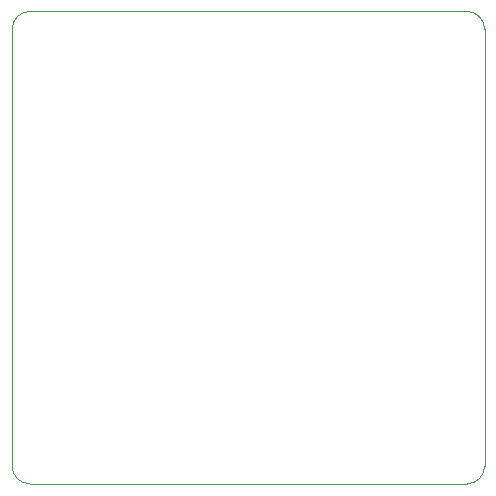
<source format=gbr>
G04 #@! TF.GenerationSoftware,KiCad,Pcbnew,5.99.0-unknown-df3fabf~86~ubuntu18.04.1*
G04 #@! TF.CreationDate,2019-10-25T19:04:56-04:00*
G04 #@! TF.ProjectId,bc95_bc35_module_board,62633935-5f62-4633-9335-5f6d6f64756c,rev?*
G04 #@! TF.SameCoordinates,Original*
G04 #@! TF.FileFunction,Profile,NP*
%FSLAX46Y46*%
G04 Gerber Fmt 4.6, Leading zero omitted, Abs format (unit mm)*
G04 Created by KiCad (PCBNEW 5.99.0-unknown-df3fabf~86~ubuntu18.04.1) date 2019-10-25 19:04:56*
%MOMM*%
%LPD*%
G04 APERTURE LIST*
%ADD10C,0.050000*%
G04 APERTURE END LIST*
D10*
X170000000Y-118500000D02*
X170000000Y-81500000D01*
X131500000Y-120000000D02*
X168500000Y-120000000D01*
X130000000Y-81500000D02*
X130000000Y-118500000D01*
X168500000Y-80000000D02*
X131500000Y-80000000D01*
X168500000Y-80000000D02*
G75*
G02X170000000Y-81500000I0J-1500000D01*
G01*
X170000000Y-118500000D02*
G75*
G02X168500000Y-120000000I-1500000J0D01*
G01*
X131500000Y-120000000D02*
G75*
G02X130000000Y-118500000I0J1500000D01*
G01*
X130000000Y-81500000D02*
G75*
G02X131500000Y-80000000I1500000J0D01*
G01*
M02*

</source>
